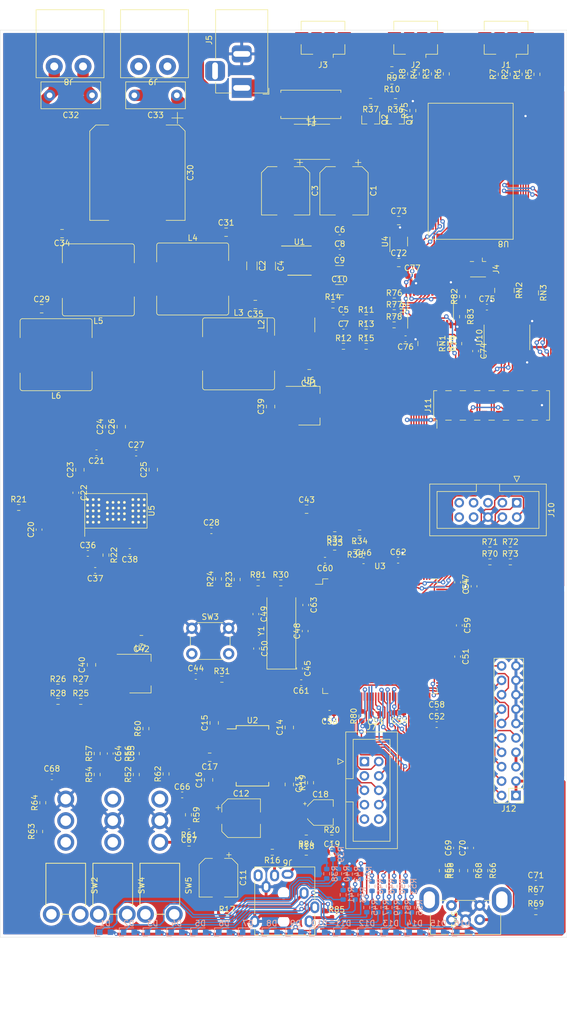
<source format=kicad_pcb>
(kicad_pcb (version 20210228) (generator pcbnew)

  (general
    (thickness 1.6)
  )

  (paper "A4")
  (layers
    (0 "F.Cu" signal)
    (31 "B.Cu" signal)
    (32 "B.Adhes" user "B.Adhesive")
    (33 "F.Adhes" user "F.Adhesive")
    (34 "B.Paste" user)
    (35 "F.Paste" user)
    (36 "B.SilkS" user "B.Silkscreen")
    (37 "F.SilkS" user "F.Silkscreen")
    (38 "B.Mask" user)
    (39 "F.Mask" user)
    (40 "Dwgs.User" user "User.Drawings")
    (41 "Cmts.User" user "User.Comments")
    (42 "Eco1.User" user "User.Eco1")
    (43 "Eco2.User" user "User.Eco2")
    (44 "Edge.Cuts" user)
    (45 "Margin" user)
    (46 "B.CrtYd" user "B.Courtyard")
    (47 "F.CrtYd" user "F.Courtyard")
    (48 "B.Fab" user)
    (49 "F.Fab" user)
  )

  (setup
    (stackup
      (layer "F.SilkS" (type "Top Silk Screen"))
      (layer "F.Paste" (type "Top Solder Paste"))
      (layer "F.Mask" (type "Top Solder Mask") (color "Green") (thickness 0.01))
      (layer "F.Cu" (type "copper") (thickness 0.035))
      (layer "dielectric 1" (type "core") (thickness 1.51) (material "FR4") (epsilon_r 4.5) (loss_tangent 0.02))
      (layer "B.Cu" (type "copper") (thickness 0.035))
      (layer "B.Mask" (type "Bottom Solder Mask") (color "Green") (thickness 0.01))
      (layer "B.Paste" (type "Bottom Solder Paste"))
      (layer "B.SilkS" (type "Bottom Silk Screen"))
      (copper_finish "None")
      (dielectric_constraints no)
    )
    (pad_to_mask_clearance 0)
    (pcbplotparams
      (layerselection 0x00010fc_ffffffff)
      (disableapertmacros false)
      (usegerberextensions false)
      (usegerberattributes true)
      (usegerberadvancedattributes true)
      (creategerberjobfile true)
      (svguseinch false)
      (svgprecision 6)
      (excludeedgelayer true)
      (plotframeref false)
      (viasonmask false)
      (mode 1)
      (useauxorigin false)
      (hpglpennumber 1)
      (hpglpenspeed 20)
      (hpglpendiameter 15.000000)
      (dxfpolygonmode true)
      (dxfimperialunits true)
      (dxfusepcbnewfont true)
      (psnegative false)
      (psa4output false)
      (plotreference true)
      (plotvalue true)
      (plotinvisibletext false)
      (sketchpadsonfab false)
      (subtractmaskfromsilk false)
      (outputformat 1)
      (mirror false)
      (drillshape 1)
      (scaleselection 1)
      (outputdirectory "")
    )
  )


  (net 0 "")
  (net 1 "/Power Supply/19V_ANALOG")
  (net 2 "/Processor/~RST")
  (net 3 "/Processor/GPIO_I2S_WS")
  (net 4 "/Processor/SWCLK")
  (net 5 "/Front/MIC2")
  (net 6 "/Front/MIC1")
  (net 7 "+5V")
  (net 8 "/Processor/GPIO_I2S_SDO")
  (net 9 "/Processor/SWDIO")
  (net 10 "/Front/BT2")
  (net 11 "/Front/BT1")
  (net 12 "GND")
  (net 13 "Net-(R58-Pad2)")
  (net 14 "Net-(R59-Pad2)")
  (net 15 "/Front/PWR")
  (net 16 "Net-(D1-Pad1)")
  (net 17 "Net-(C31-Pad1)")
  (net 18 "/Speaker Amplifier/SPK_A+")
  (net 19 "/Speaker Amplifier/SPK_A-")
  (net 20 "Net-(C24-Pad1)")
  (net 21 "Net-(C25-Pad1)")
  (net 22 "Net-(C1-Pad1)")
  (net 23 "/Front/ENC_SW")
  (net 24 "Net-(C5-Pad1)")
  (net 25 "Net-(C6-Pad1)")
  (net 26 "Net-(C7-Pad1)")
  (net 27 "Net-(C7-Pad2)")
  (net 28 "Net-(C8-Pad1)")
  (net 29 "+3.3VA")
  (net 30 "Net-(C11-Pad1)")
  (net 31 "Net-(C11-Pad2)")
  (net 32 "Net-(C12-Pad1)")
  (net 33 "Net-(C12-Pad2)")
  (net 34 "Net-(C13-Pad1)")
  (net 35 "/Speaker Amplifier/3.3V")
  (net 36 "Net-(C18-Pad1)")
  (net 37 "Net-(C18-Pad2)")
  (net 38 "Net-(C20-Pad1)")
  (net 39 "Net-(C23-Pad1)")
  (net 40 "/Speaker Amplifier/SPK_B+")
  (net 41 "Net-(C26-Pad1)")
  (net 42 "/Speaker Amplifier/SPK_B-")
  (net 43 "Net-(C29-Pad1)")
  (net 44 "Net-(C32-Pad1)")
  (net 45 "Net-(C33-Pad1)")
  (net 46 "Net-(C36-Pad1)")
  (net 47 "Net-(C36-Pad2)")
  (net 48 "Net-(C37-Pad1)")
  (net 49 "Net-(F1-Pad2)")
  (net 50 "Net-(J1-Pad1)")
  (net 51 "Net-(J1-Pad2)")
  (net 52 "Net-(J1-Pad3)")
  (net 53 "/Processor/GPIO_I2S_SDI")
  (net 54 "Net-(J2-Pad1)")
  (net 55 "Net-(J2-Pad2)")
  (net 56 "Net-(J2-Pad3)")
  (net 57 "/Processor/GPIO_I2S_CK")
  (net 58 "/Front/ENC_A")
  (net 59 "Net-(J3-Pad2)")
  (net 60 "Net-(J3-Pad3)")
  (net 61 "/Front/ENC_B")
  (net 62 "no_connect_(J1-Pad4)")
  (net 63 "/Processor/USB1_DETECT")
  (net 64 "/Processor/USB1_DM")
  (net 65 "/Processor/USB2_DETECT")
  (net 66 "/Processor/USB2_DM")
  (net 67 "/Processor/USB1_DP")
  (net 68 "/Processor/USB2_DP")
  (net 69 "/Bluetooth/USB3_DM")
  (net 70 "/Bluetooth/USB3_DP")
  (net 71 "Net-(R11-Pad1)")
  (net 72 "Net-(R13-Pad1)")
  (net 73 "Net-(R18-Pad2)")
  (net 74 "Net-(R19-Pad2)")
  (net 75 "Net-(R22-Pad1)")
  (net 76 "no_connect_(J2-Pad4)")
  (net 77 "Net-(D2-Pad1)")
  (net 78 "no_connect_(J3-Pad1)")
  (net 79 "/Processor/GPIO_I2S_MCK")
  (net 80 "Net-(J4-Pad1)")
  (net 81 "Net-(R79-Pad1)")
  (net 82 "no_connect_(J3-Pad4)")
  (net 83 "Net-(R25-Pad2)")
  (net 84 "/Processor/GPIO_SPI_MISO")
  (net 85 "/Processor/EXT_READY")
  (net 86 "/Processor/GPIO_SPI_SCK")
  (net 87 "/Processor/GPIO_SPI_~SS")
  (net 88 "no_connect_(J5-Pad3)")
  (net 89 "Net-(R26-Pad2)")
  (net 90 "Net-(D3-Pad1)")
  (net 91 "/Processor/AMP_READY")
  (net 92 "+3V3")
  (net 93 "/Headphone Amplifier/HP_DETECT")
  (net 94 "/Front/FRONT_MOSI")
  (net 95 "/Front/FRONT_RCLK")
  (net 96 "Net-(C49-Pad2)")
  (net 97 "Net-(C50-Pad2)")
  (net 98 "/Bluetooth/SCL_1V8")
  (net 99 "/Front/FRONT_~RST")
  (net 100 "/Front/FRONT_SCLK")
  (net 101 "no_connect_(J7-Pad7)")
  (net 102 "/Front/IR")
  (net 103 "no_connect_(J7-Pad9)")
  (net 104 "no_connect_(J7-Pad10)")
  (net 105 "no_connect_(J10-Pad3)")
  (net 106 "no_connect_(J10-Pad5)")
  (net 107 "no_connect_(J10-Pad7)")
  (net 108 "no_connect_(J10-Pad8)")
  (net 109 "Net-(R27-Pad2)")
  (net 110 "Net-(R28-Pad2)")
  (net 111 "no_connect_(J10-Pad9)")
  (net 112 "no_connect_(J10-Pad10)")
  (net 113 "/Bluetooth/SDO")
  (net 114 "/Bluetooth/SDI")
  (net 115 "/Bluetooth/CK")
  (net 116 "/Bluetooth/WS")
  (net 117 "/Bluetooth/SPI{slash}~PCM")
  (net 118 "/Bluetooth/MFB")
  (net 119 "/Bluetooth/SCL")
  (net 120 "/Bluetooth/SDA")
  (net 121 "/Processor/~SPK_FAULT")
  (net 122 "/Headphone Amplifier/SCL")
  (net 123 "/Headphone Amplifier/SDA")
  (net 124 "Net-(C52-Pad1)")
  (net 125 "/Headphone Amplifier/CK")
  (net 126 "/Headphone Amplifier/WS")
  (net 127 "/Headphone Amplifier/SDO")
  (net 128 "/Front/VOL0")
  (net 129 "/Front/VOL1")
  (net 130 "/Front/VOL2")
  (net 131 "/Front/VOL3")
  (net 132 "/Front/VOL4")
  (net 133 "/Front/VOL5")
  (net 134 "/Front/VOL6")
  (net 135 "/Front/VOL7")
  (net 136 "/Bluetooth/SDA_1V8")
  (net 137 "Net-(C54-Pad1)")
  (net 138 "/Front/VOL8")
  (net 139 "/Front/VOL9")
  (net 140 "/Front/VOL10")
  (net 141 "/Front/VOL11")
  (net 142 "/Front/VOL12")
  (net 143 "/Front/VOL13")
  (net 144 "/Front/VOL14")
  (net 145 "/Front/VOL15")
  (net 146 "/Bluetooth/P18")
  (net 147 "/Bluetooth/P21")
  (net 148 "/Bluetooth/P31")
  (net 149 "/Bluetooth/P8")
  (net 150 "/Bluetooth/P9")
  (net 151 "/Bluetooth/P29")
  (net 152 "/Bluetooth/P30")
  (net 153 "no_connect_(SW2-Pad1)")
  (net 154 "no_connect_(U2-Pad2)")
  (net 155 "/Headphone Amplifier/SDI")
  (net 156 "/Bluetooth/MFB_")
  (net 157 "Net-(J11-Pad6)")
  (net 158 "Net-(R52-Pad2)")
  (net 159 "Net-(D4-Pad1)")
  (net 160 "Net-(R54-Pad2)")
  (net 161 "no_connect_(U2-Pad12)")
  (net 162 "no_connect_(U2-Pad13)")
  (net 163 "no_connect_(U2-Pad19)")
  (net 164 "no_connect_(U2-Pad20)")
  (net 165 "/Headphone Amplifier/MCLK")
  (net 166 "no_connect_(U2-Pad26)")
  (net 167 "/Processor/AMP_I2S_SDI")
  (net 168 "no_connect_(U3-Pad8)")
  (net 169 "no_connect_(U3-Pad9)")
  (net 170 "/Processor/GPIO_SPI_MOSI")
  (net 171 "no_connect_(U3-Pad19)")
  (net 172 "no_connect_(U3-Pad20)")
  (net 173 "no_connect_(J11-Pad8)")
  (net 174 "no_connect_(U3-Pad21)")
  (net 175 "/Bluetooth/3V3_BT")
  (net 176 "no_connect_(U3-Pad22)")
  (net 177 "no_connect_(U3-Pad70)")
  (net 178 "no_connect_(U3-Pad77)")
  (net 179 "no_connect_(U3-Pad78)")
  (net 180 "/Bluetooth/1V8_BT")
  (net 181 "/Bluetooth/SDO_3V3")
  (net 182 "no_connect_(J11-Pad10)")
  (net 183 "/Bluetooth/P29_1V8")
  (net 184 "/Bluetooth/P30_1V8")
  (net 185 "/Bluetooth/P18_1V8")
  (net 186 "/Bluetooth/P31_1V8")
  (net 187 "/Bluetooth/P8_1V8")
  (net 188 "/Bluetooth/P9_1V8")
  (net 189 "/Bluetooth/P21_1V8")
  (net 190 "/Bluetooth/SPI{slash}~PCM_1V8")
  (net 191 "/Bluetooth/SDO_1V8")
  (net 192 "no_connect_(U3-Pad79)")
  (net 193 "/Bluetooth/SDI_1V8")
  (net 194 "no_connect_(U3-Pad80)")
  (net 195 "Net-(RN1-Pad1)")
  (net 196 "Net-(RN1-Pad2)")
  (net 197 "Net-(RN1-Pad3)")
  (net 198 "Net-(RN1-Pad4)")
  (net 199 "Net-(RN2-Pad5)")
  (net 200 "Net-(R32-Pad2)")
  (net 201 "Net-(RN2-Pad6)")
  (net 202 "no_connect_(U3-Pad81)")
  (net 203 "no_connect_(U3-Pad82)")
  (net 204 "no_connect_(U3-Pad85)")
  (net 205 "no_connect_(U3-Pad86)")
  (net 206 "/Bluetooth/CK_1V8")
  (net 207 "/Bluetooth/WS_1V8")
  (net 208 "Net-(R60-Pad2)")
  (net 209 "Net-(D5-Pad1)")
  (net 210 "Net-(R63-Pad2)")
  (net 211 "Net-(D6-Pad1)")
  (net 212 "Net-(D7-Pad1)")
  (net 213 "Net-(D8-Pad1)")
  (net 214 "Net-(D9-Pad1)")
  (net 215 "Net-(D10-Pad1)")
  (net 216 "Net-(D11-Pad1)")
  (net 217 "Net-(D12-Pad1)")
  (net 218 "Net-(D13-Pad1)")
  (net 219 "Net-(D14-Pad1)")
  (net 220 "Net-(D15-Pad1)")
  (net 221 "Net-(D16-Pad1)")
  (net 222 "Net-(RN2-Pad7)")
  (net 223 "no_connect_(U3-Pad87)")
  (net 224 "no_connect_(U3-Pad88)")
  (net 225 "no_connect_(U3-Pad89)")
  (net 226 "no_connect_(U3-Pad90)")
  (net 227 "no_connect_(U3-Pad91)")
  (net 228 "no_connect_(U3-Pad92)")
  (net 229 "no_connect_(U3-Pad93)")
  (net 230 "no_connect_(U3-Pad97)")
  (net 231 "no_connect_(U3-Pad98)")
  (net 232 "no_connect_(U3-Pad99)")
  (net 233 "no_connect_(U3-Pad100)")
  (net 234 "no_connect_(U3-Pad101)")
  (net 235 "/Bluetooth/P17")
  (net 236 "/Bluetooth/P16")
  (net 237 "no_connect_(U3-Pad124)")
  (net 238 "/Bluetooth/P6")
  (net 239 "/Bluetooth/P7")
  (net 240 "no_connect_(U3-Pad132)")
  (net 241 "Net-(R66-Pad2)")
  (net 242 "no_connect_(U3-Pad133)")
  (net 243 "Net-(R67-Pad2)")
  (net 244 "no_connect_(U3-Pad134)")
  (net 245 "no_connect_(U3-Pad135)")
  (net 246 "Net-(R30-Pad2)")
  (net 247 "Net-(R80-Pad2)")
  (net 248 "Net-(R82-Pad1)")
  (net 249 "Net-(J6-PadS)")
  (net 250 "Net-(J6-PadR2)")
  (net 251 "Net-(R83-Pad1)")
  (net 252 "no_connect_(U3-Pad139)")
  (net 253 "no_connect_(U3-Pad140)")
  (net 254 "/Processor/~SPK_SD")
  (net 255 "no_connect_(U4-Pad4)")
  (net 256 "no_connect_(U8-Pad12)")
  (net 257 "no_connect_(U8-Pad16)")
  (net 258 "no_connect_(U8-Pad17)")
  (net 259 "no_connect_(U8-Pad20)")
  (net 260 "no_connect_(U8-Pad24)")
  (net 261 "Net-(RN2-Pad8)")
  (net 262 "Net-(RN3-Pad5)")
  (net 263 "no_connect_(U8-Pad28)")
  (net 264 "no_connect_(U8-Pad29)")
  (net 265 "Net-(RN3-Pad6)")
  (net 266 "Net-(RN3-Pad7)")
  (net 267 "Net-(RN3-Pad8)")
  (net 268 "no_connect_(U8-Pad30)")
  (net 269 "no_connect_(U8-Pad31)")
  (net 270 "no_connect_(U8-Pad32)")
  (net 271 "no_connect_(U8-Pad33)")
  (net 272 "no_connect_(U8-Pad34)")
  (net 273 "/Bluetooth/P17_1V8")
  (net 274 "/Bluetooth/P16_1V8")
  (net 275 "/Bluetooth/P7_1V8")
  (net 276 "/Bluetooth/P6_1V8")
  (net 277 "no_connect_(U8-Pad35)")
  (net 278 "no_connect_(U8-Pad36)")
  (net 279 "no_connect_(U8-Pad39)")
  (net 280 "no_connect_(U9-Pad9)")
  (net 281 "no_connect_(U9-Pad10)")
  (net 282 "no_connect_(U10-Pad9)")
  (net 283 "no_connect_(U10-Pad10)")

  (footprint "Resistor_SMD:R_0603_1608Metric" (layer "F.Cu") (at 137.4 32.725 90))

  (footprint "Resistor_SMD:R_0603_1608Metric" (layer "F.Cu") (at 139.45 32.725 90))

  (footprint "Resistor_SMD:R_0603_1608Metric" (layer "F.Cu") (at 143.7 32.725 90))

  (footprint "Resistor_SMD:R_0603_1608Metric" (layer "F.Cu") (at 157.6 32.8 90))

  (footprint "Connector_USB:USB_Micro-B_Amphenol_10104110_Horizontal" (layer "F.Cu") (at 138.3 27.6 180))

  (footprint "Package_QFP:LQFP-144_20x20mm_P0.5mm" (layer "F.Cu") (at 132 131.9))

  (footprint "Connector_USB:USB_Micro-B_Amphenol_10104110_Horizontal" (layer "F.Cu") (at 121.95 27.6 180))

  (footprint "Resistor_SMD:R_0603_1608Metric" (layer "F.Cu") (at 159.7 32.8 90))

  (footprint "Resistor_SMD:R_0603_1608Metric" (layer "F.Cu") (at 153.4 32.8 90))

  (footprint "Resistor_SMD:R_0603_1608Metric" (layer "F.Cu") (at 134.1 31.98 180))

  (footprint "Resistor_SMD:R_0603_1608Metric" (layer "F.Cu") (at 155.5 32.8 90))

  (footprint "Resistor_SMD:R_0603_1608Metric" (layer "F.Cu") (at 141.6 32.725 90))

  (footprint "Package_SO:SSOP-28_5.3x10.2mm_P0.65mm" (layer "F.Cu") (at 109.5 153))

  (footprint "Package_SO:Diodes_SO-8EP" (layer "F.Cu") (at 117.8025 65.655))

  (footprint "Connector_USB:USB_Micro-B_Amphenol_10104110_Horizontal" (layer "F.Cu") (at 154.25 27.6 180))

  (footprint "Resistor_SMD:R_0603_1608Metric" (layer "F.Cu") (at 134.1 34 180))

  (footprint "Connector_BarrelJack:BarrelJack_Horizontal" (layer "F.Cu") (at 107.6 35.2 -90))

  (footprint "Capacitor_SMD:C_0805_2012Metric" (layer "F.Cu") (at 116 158.05 -90))

  (footprint "Capacitor_SMD:C_0805_2012Metric" (layer "F.Cu") (at 116 148 90))

  (footprint "Capacitor_SMD:C_0805_2012Metric" (layer "F.Cu") (at 102.75 147.2 90))

  (footprint "Resistor_SMD:R_0603_1608Metric" (layer "F.Cu") (at 113 170 180))

  (footprint "Resistor_SMD:R_0603_1608Metric" (layer "F.Cu") (at 105 181.5))

  (footprint "Capacitor_SMD:C_0805_2012Metric" (layer "F.Cu") (at 101.75 157.25 90))

  (footprint "Capacitor_SMD:C_0805_2012Metric" (layer "F.Cu") (at 101.95 153.25 180))

  (footprint "Capacitor_SMD:C_0603_1608Metric" (layer "F.Cu") (at 125.55 75.75))

  (footprint "Capacitor_SMD:C_0603_1608Metric" (layer "F.Cu") (at 125.55 78.26))

  (footprint "Resistor_SMD:R_0603_1608Metric" (layer "F.Cu") (at 129.56 75.75))

  (footprint "Resistor_SMD:R_0603_1608Metric" (layer "F.Cu") (at 125.55 80.77))

  (footprint "Resistor_SMD:R_0603_1608Metric" (layer "F.Cu") (at 129.56 78.26))

  (footprint "Resistor_SMD:R_0603_1608Metric" (layer "F.Cu") (at 123.7 73.5))

  (footprint "Resistor_SMD:R_0603_1608Metric" (layer "F.Cu") (at 129.56 80.77))

  (footprint "Resistor_SMD:R_0603_1608Metric" (layer "F.Cu") (at 119.75 157.75 90))

  (footprint "Resistor_SMD:R_0603_1608Metric" (layer "F.Cu") (at 123.5 167.5))

  (footprint "Resistor_SMD:R_0603_1608Metric" (layer "F.Cu") (at 119 167.5 180))

  (footprint "Capacitor_SMD:CP_Elec_8x10" (layer "F.Cu") (at 125.65 53.35 -90))

  (footprint "Capacitor_SMD:C_1206_3216Metric" (layer "F.Cu") (at 109.4 66.575 -90))

  (footprint "Capacitor_SMD:CP_Elec_8x10" (layer "F.Cu") (at 115.35 53.35 -90))

  (footprint "Capacitor_SMD:C_1206_3216Metric" (layer "F.Cu") (at 112.65 66.6 -90))

  (footprint "Inductor_SMD:L_Bourns-SRN8040_8x8.15mm" (layer "F.Cu") (at 116.3 77 90))

  (footprint "Capacitor_SMD:C_0603_1608Metric" (layer "F.Cu") (at 123.5 170))

  (footprint "Inductor_SMD:L_Taiyo-Yuden_NR-60xx" (layer "F.Cu") (at 120 44.7))

  (footprint "Capacitor_SMD:CP_Elec_6.3x7.7" (layer "F.Cu")
    (tedit 5BCA39D0) (tstamp 00000000-0000-0000-0000-00005fb07a07)
    (at 103.5 174.5 -90)
    (descr "SMD capacitor, aluminum electrolytic, Nichicon, 6.3x7.7mm")
    (tags "capacitor electrolytic")
    (property "Dateiname Blatt" "headphone-amp.kicad_sch")
    (property "Mouser" "140-VZL221M1CTR-0607")
    (property "Part Name" "Lelon VZL221M1CTR-0607")
    (property "Schaltplanname" "Headphone Amplifier")
    (path "/00000000-0000-0000-0000-00005fa5bd36/00000000-0000-0000-0000-00005fb75a99")
    (attr smd)
    (fp_text reference "C11" (at 0 -4.35 90) (layer "F.SilkS")
      (effects (font (size 1 1) (thickness 0.15)))
      (tstamp f9416f35-fab8-47ef-8632-84fcdb77db69)
    )
    (fp_text value "220uF" (at 0 4.35 90) (layer "F.Fab")
      (effects (font (size 1 1) (thickness 0.15)))
      (tstamp 0a1004d0-aaa3-462c-accb-234d4e3c9b3e)
    )
    (fp_text user "${REFERENCE}" (at 0 0 90) (layer "F.Fab")
      (effects (font (size 1 1) (thickness 0.15)))
      (tstamp c2612a48-40fd-4824-97a3-26e144d66888)
    )
    (fp_line (start -2.345563 -3.41) (end 3.41 -3.41) (layer "F.SilkS") (width 0.12) (tstamp 1abdeec0-537c-4e1d-9da7-38434e28048e))
    (fp_line (start -4.04375 -2.24125) (end -4.04375 -1.45375) (layer "F.SilkS") (width 0.12) (tstamp 747b968e-91ff-401f-b82a-0fb2828daee4))
    (fp_line (start 3.41 -3.41) (end 3.41 -1.06) (layer "F.SilkS") (width 0.12) (tstamp acdd590a-7ea4-4379-ade1-e0ce2e08e89e))
    (fp_line (start -2.345563 3.41) (end 3.41 3.41) (layer "F.SilkS") (width 0.12) (tstamp b79a06e7-6da1-4d34-bbf2-3f2eb4ffd4d7))
    (fp_line (start -3.41 -2.345563) (end -3.41 -1.06) (layer "F.SilkS") (width 0.12) (tstamp bb1786c7-53a9-4f5d-928c-c1e807553afa))
    (fp_line (start -3.41 2.345563) (end -3.41 1.06) (layer "F.SilkS") (width 0.12) (tstamp bfbadd22-ec78-464b-beb0-408d1bd95f43))
    (fp_line (start 3.41 3.41) (end 3.41 1.06) (layer "F.SilkS") (width 0.12) (tstamp c37c42f7-3823-4401-9577-3d18d31c03ee))
    (fp_line (start -3.41 2.345563) (end -2.345563 3.41) (layer "F.SilkS") (width 0.12) (tstamp dc969c5d-c7bf-429e-a57d-ebfba7ddf4f8))
    (fp_line (start -3.41 -2.345563) (end -2.345563 -3.41) (layer "F.SilkS") (width 0.12) (tstamp f49d2fd3-9dc9-4ad2-a719-5bd89cb7fc69))
    (fp_line (start -4.4375 -1.8475) (end -3.65 -1.8475) (layer "F.SilkS") (width 0.12) (tstamp f7d64641-b960-49b2-9ed3-4f4216a1e6e2))
    (fp_line (start -3.55 2.4) (end -2.4 3.55) (layer "F.CrtYd") (width 0.05) (tstamp 0fc1c5f2-194c-40ef-8970-98162d8363f6))
    (fp_line (start -2.4 3.55) (end 3.55 3.55) (layer "F.CrtYd") (width 0.05) (tstamp 17b9e4b3-fcc2-46db-966a-442a10411c3a))
    (fp_line (start -3.55 1.05) (end -3.55 2.4) (layer "F.CrtYd") (width 0.05) (tstamp 23f1fc83-d1fa-42fa-8ae5-6a32950635a7))
    (fp_line (start -3.55 -1.05) (end -4.7 -1.05) (layer "F.CrtYd") (width 0.05) (tstamp 43635571-7667-4d06-a523-2fc65eba4a30))
    (fp_line (start -4.7 -1.05) (end -4.7 1.05) (layer "F.CrtYd") (width 0.05) (tstamp 6a33a5e4-5256-40ad-8335-dec57b43281a))
    (fp_line (start -3.55 -2.4) (end -3.55 -1.05) (layer "F.CrtYd") (width 0.05) (tstamp 77d8877d-7521-489d-a964-6aa3e62268cf))
    (fp_line (start -2.4 -3.55) (end 3.55 -3.55) (layer "F.CrtYd") (width 0.05) (tstamp 78cec00b-da56-46f1-9179-902302d257e5))
    (fp_line (start -3.55 -2.4) (end -2.4 -3.55) (l
... [2284167 chars truncated]
</source>
